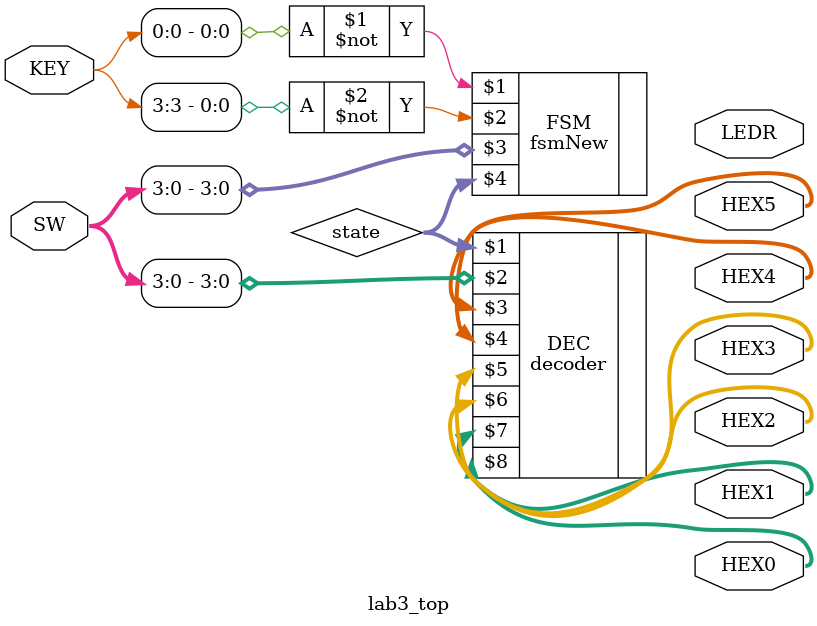
<source format=v>
/*    LAB NOTES
    - Last 6 digits of student no (Partner 1): 875828
*/

module lab3_top(SW,KEY,HEX0,HEX1,HEX2,HEX3,HEX4,HEX5,LEDR);
  input [9:0] SW;
  input [3:0] KEY;
  output [6:0] HEX0, HEX1, HEX2, HEX3, HEX4, HEX5;
  output [9:0] LEDR; // optional: use these outputs for debugging on your DE1-SoC

  wire [3:0] state;


  // connecting the finite state machine and decoder 
  
  // module instantiation for fsm
  fsmNew FSM(~KEY[0], ~KEY[3], SW[3:0], state);

  // module instantiation for the decoder module
  decoder DEC(state, SW[3:0], HEX5, HEX4, HEX3, HEX2, HEX1, HEX0);


endmodule
</source>
